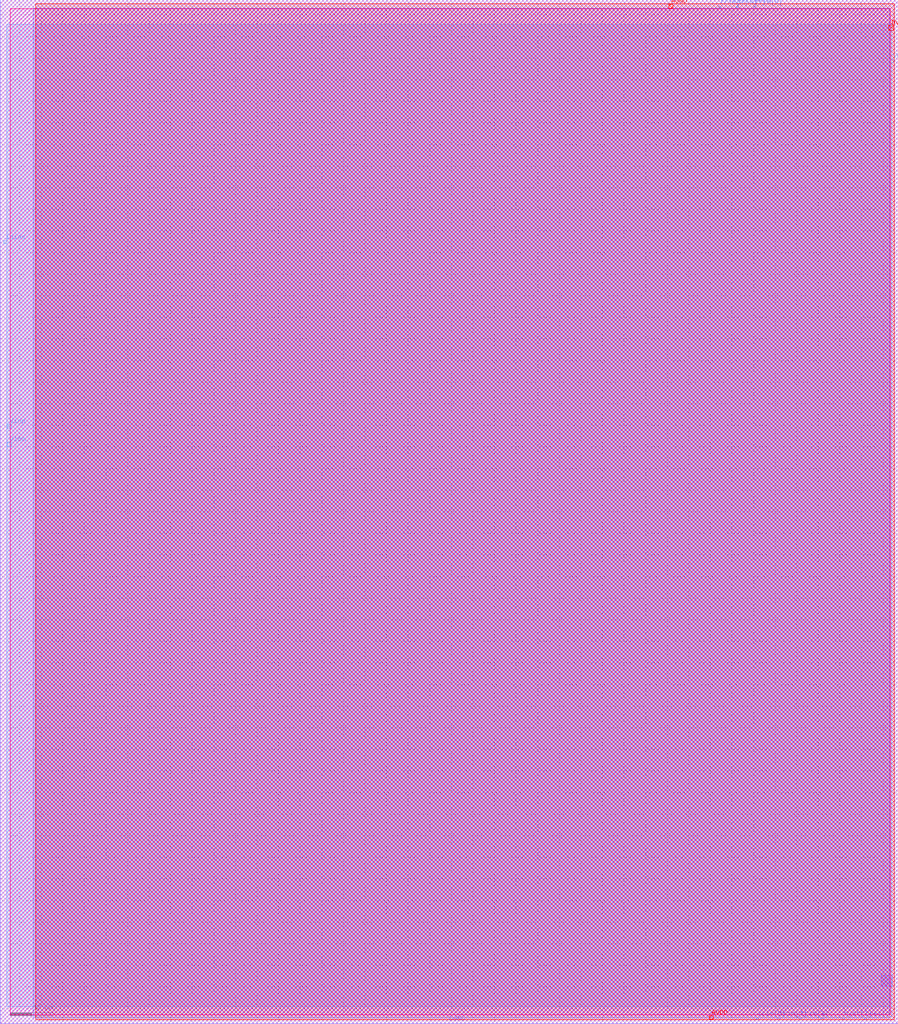
<source format=lef>
VERSION 5.7 ;
  NOWIREEXTENSIONATPIN ON ;
  DIVIDERCHAR "/" ;
  BUSBITCHARS "[]" ;
MACRO sky130_ak_ip__comparator
  CLASS BLOCK ;
  FOREIGN sky130_ak_ip__comparator ;
  ORIGIN 9.500 168.500 ;
  SIZE 208.000 BY 237.000 ;
  PIN Vinp
    ANTENNAGATEAREA 684.000000 ;
    PORT
      LAYER met3 ;
        RECT -7.900 -30.700 -6.900 -29.700 ;
    END
  END Vinp
  PIN Vinm
    ANTENNAGATEAREA 684.000000 ;
    PORT
      LAYER met3 ;
        RECT -7.900 -34.900 -6.900 -33.900 ;
    END
  END Vinm
  PIN AVDD
    ANTENNAGATEAREA 848.000000 ;
    ANTENNADIFFAREA 3786.641846 ;
    PORT
      LAYER met4 ;
        RECT 154.700 -167.500 155.700 -166.700 ;
    END
  END AVDD
  PIN AGND
    ANTENNAGATEAREA 556.000000 ;
    ANTENNADIFFAREA 2354.381104 ;
    PORT
      LAYER met4 ;
        RECT 145.400 66.600 146.300 67.500 ;
    END
  END AGND
  PIN en
    ANTENNAGATEAREA 2.000000 ;
    PORT
      LAYER met2 ;
        RECT 180.600 -167.600 181.100 -167.100 ;
    END
  END en
  PIN hyst[1]
    ANTENNAGATEAREA 2.000000 ;
    PORT
      LAYER met2 ;
        RECT 185.600 -167.600 186.100 -167.100 ;
    END
  END hyst[1]
  PIN hyst[0]
    ANTENNAGATEAREA 2.000000 ;
    PORT
      LAYER met2 ;
        RECT 190.600 -167.600 191.100 -167.100 ;
    END
  END hyst[0]
  PIN trim[5]
    ANTENNAGATEAREA 2.000000 ;
    PORT
      LAYER met2 ;
        RECT 165.600 -167.600 166.100 -167.100 ;
    END
  END trim[5]
  PIN trim[4]
    ANTENNAGATEAREA 2.000000 ;
    PORT
      LAYER met2 ;
        RECT 170.600 -167.600 171.100 -167.100 ;
    END
  END trim[4]
  PIN trim[3]
    ANTENNAGATEAREA 2.000000 ;
    PORT
      LAYER met2 ;
        RECT 175.600 -167.600 176.100 -167.100 ;
    END
  END trim[3]
  PIN trim[2]
    ANTENNAGATEAREA 2.000000 ;
    PORT
      LAYER met2 ;
        RECT 157.000 66.550 157.450 67.000 ;
    END
  END trim[2]
  PIN trim[1]
    ANTENNAGATEAREA 2.000000 ;
    PORT
      LAYER met2 ;
        RECT 161.000 66.550 161.450 67.000 ;
    END
  END trim[1]
  PIN trim[0]
    ANTENNAGATEAREA 2.000000 ;
    PORT
      LAYER met2 ;
        RECT 165.000 66.550 165.450 67.000 ;
    END
  END trim[0]
  PIN Vout
    ANTENNADIFFAREA 0.870000 ;
    PORT
      LAYER met3 ;
        RECT 197.000 54.100 197.500 54.600 ;
    END
  END Vout
  PIN DVDD
    ANTENNADIFFAREA 49.892998 ;
    PORT
      LAYER met4 ;
        RECT 196.300 61.500 197.400 62.600 ;
    END
  END DVDD
  PIN ibias
    ANTENNAGATEAREA 36.000000 ;
    ANTENNADIFFAREA 0.580000 ;
    PORT
      LAYER met3 ;
        RECT -8.700 12.000 -8.000 12.700 ;
    END
  END ibias
  PIN DGND
    ANTENNADIFFAREA 203.509598 ;
    PORT
      LAYER li1 ;
        RECT -9.500 68.480 198.500 68.500 ;
        RECT -9.500 -168.480 -9.480 68.480 ;
        RECT 198.480 -168.480 198.500 68.480 ;
        RECT -9.500 -168.500 198.500 -168.480 ;
      LAYER met1 ;
        RECT -9.500 68.480 198.500 68.500 ;
        RECT -9.500 -168.480 -9.480 68.480 ;
        RECT 194.620 -159.810 197.150 -157.350 ;
        RECT 198.480 -168.480 198.500 68.480 ;
        RECT -9.500 -168.500 198.500 -168.480 ;
    END
  END DGND
  OBS
      LAYER nwell ;
        RECT -7.200 -166.400 196.600 66.400 ;
      LAYER li1 ;
        RECT -9.480 -168.480 198.480 68.480 ;
      LAYER met1 ;
        RECT -9.480 -168.480 198.480 68.480 ;
      LAYER met2 ;
        RECT -1.800 -167.100 196.540 66.550 ;
      LAYER met3 ;
        RECT -8.000 -164.600 197.000 62.800 ;
      LAYER met4 ;
        RECT -1.300 -167.600 197.600 67.600 ;
  END
END sky130_ak_ip__comparator
END LIBRARY


</source>
